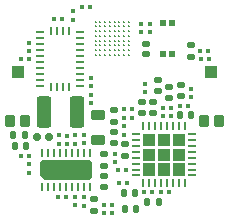
<source format=gtp>
%TF.GenerationSoftware,KiCad,Pcbnew,(6.0.0)*%
%TF.CreationDate,2022-12-05T09:44:38-05:00*%
%TF.ProjectId,headstage-16stim,68656164-7374-4616-9765-2d3136737469,A*%
%TF.SameCoordinates,Original*%
%TF.FileFunction,Paste,Top*%
%TF.FilePolarity,Positive*%
%FSLAX46Y46*%
G04 Gerber Fmt 4.6, Leading zero omitted, Abs format (unit mm)*
G04 Created by KiCad (PCBNEW (6.0.0)) date 2022-12-05 09:44:38*
%MOMM*%
%LPD*%
G01*
G04 APERTURE LIST*
G04 Aperture macros list*
%AMRoundRect*
0 Rectangle with rounded corners*
0 $1 Rounding radius*
0 $2 $3 $4 $5 $6 $7 $8 $9 X,Y pos of 4 corners*
0 Add a 4 corners polygon primitive as box body*
4,1,4,$2,$3,$4,$5,$6,$7,$8,$9,$2,$3,0*
0 Add four circle primitives for the rounded corners*
1,1,$1+$1,$2,$3*
1,1,$1+$1,$4,$5*
1,1,$1+$1,$6,$7*
1,1,$1+$1,$8,$9*
0 Add four rect primitives between the rounded corners*
20,1,$1+$1,$2,$3,$4,$5,0*
20,1,$1+$1,$4,$5,$6,$7,0*
20,1,$1+$1,$6,$7,$8,$9,0*
20,1,$1+$1,$8,$9,$2,$3,0*%
%AMFreePoly0*
4,1,18,-0.825000,1.870000,-0.495000,2.200000,0.577500,2.200000,0.672214,2.181160,0.752509,2.127509,0.806160,2.047214,0.825000,1.952500,0.825000,-1.952500,0.806160,-2.047214,0.752509,-2.127509,0.672214,-2.181160,0.577500,-2.200000,-0.577500,-2.200000,-0.672214,-2.181160,-0.752509,-2.127509,-0.806160,-2.047214,-0.825000,-1.952500,-0.825000,1.870000,-0.825000,1.870000,$1*%
G04 Aperture macros list end*
%ADD10RoundRect,0.147500X0.172500X-0.147500X0.172500X0.147500X-0.172500X0.147500X-0.172500X-0.147500X0*%
%ADD11RoundRect,0.147500X0.147500X0.172500X-0.147500X0.172500X-0.147500X-0.172500X0.147500X-0.172500X0*%
%ADD12RoundRect,0.079500X-0.079500X-0.100500X0.079500X-0.100500X0.079500X0.100500X-0.079500X0.100500X0*%
%ADD13RoundRect,0.027500X0.247500X-0.247500X0.247500X0.247500X-0.247500X0.247500X-0.247500X-0.247500X0*%
%ADD14RoundRect,0.079500X-0.100500X0.079500X-0.100500X-0.079500X0.100500X-0.079500X0.100500X0.079500X0*%
%ADD15C,0.170000*%
%ADD16RoundRect,0.079500X0.100500X-0.079500X0.100500X0.079500X-0.100500X0.079500X-0.100500X-0.079500X0*%
%ADD17RoundRect,0.050000X-0.250000X0.200000X-0.250000X-0.200000X0.250000X-0.200000X0.250000X0.200000X0*%
%ADD18RoundRect,0.050000X-0.250000X0.075000X-0.250000X-0.075000X0.250000X-0.075000X0.250000X0.075000X0*%
%ADD19RoundRect,0.050000X0.075000X0.250000X-0.075000X0.250000X-0.075000X-0.250000X0.075000X-0.250000X0*%
%ADD20RoundRect,0.140000X-0.140000X-0.170000X0.140000X-0.170000X0.140000X0.170000X-0.140000X0.170000X0*%
%ADD21RoundRect,0.140000X-0.170000X0.140000X-0.170000X-0.140000X0.170000X-0.140000X0.170000X0.140000X0*%
%ADD22RoundRect,0.035000X-0.340000X-0.465000X0.340000X-0.465000X0.340000X0.465000X-0.340000X0.465000X0*%
%ADD23RoundRect,0.060000X-0.490000X-0.440000X0.490000X-0.440000X0.490000X0.440000X-0.490000X0.440000X0*%
%ADD24RoundRect,0.079500X0.079500X0.100500X-0.079500X0.100500X-0.079500X-0.100500X0.079500X-0.100500X0*%
%ADD25RoundRect,0.140000X0.170000X-0.140000X0.170000X0.140000X-0.170000X0.140000X-0.170000X-0.140000X0*%
%ADD26RoundRect,0.140000X0.140000X0.170000X-0.140000X0.170000X-0.140000X-0.170000X0.140000X-0.170000X0*%
%ADD27FreePoly0,90.000000*%
%ADD28R,0.250000X0.650000*%
%ADD29R,0.675000X0.254000*%
%ADD30R,0.254000X0.675000*%
%ADD31RoundRect,0.218750X-0.381250X0.218750X-0.381250X-0.218750X0.381250X-0.218750X0.381250X0.218750X0*%
%ADD32RoundRect,0.250000X-0.375000X-1.075000X0.375000X-1.075000X0.375000X1.075000X-0.375000X1.075000X0*%
%ADD33RoundRect,0.150000X0.150000X0.200000X-0.150000X0.200000X-0.150000X-0.200000X0.150000X-0.200000X0*%
G04 APERTURE END LIST*
%TO.C,U7*%
G36*
X129490000Y-68890000D02*
G01*
X128430000Y-68890000D01*
X128430000Y-67830000D01*
X129490000Y-67830000D01*
X129490000Y-68890000D01*
G37*
G36*
X128230000Y-66370000D02*
G01*
X127170000Y-66370000D01*
X127170000Y-65310000D01*
X128230000Y-65310000D01*
X128230000Y-66370000D01*
G37*
G36*
X128230000Y-67630000D02*
G01*
X127170000Y-67630000D01*
X127170000Y-66570000D01*
X128230000Y-66570000D01*
X128230000Y-67630000D01*
G37*
G36*
X126970000Y-68890000D02*
G01*
X125910000Y-68890000D01*
X125910000Y-67830000D01*
X126970000Y-67830000D01*
X126970000Y-68890000D01*
G37*
G36*
X128230000Y-68890000D02*
G01*
X127170000Y-68890000D01*
X127170000Y-67830000D01*
X128230000Y-67830000D01*
X128230000Y-68890000D01*
G37*
G36*
X129490000Y-66370000D02*
G01*
X128430000Y-66370000D01*
X128430000Y-65310000D01*
X129490000Y-65310000D01*
X129490000Y-66370000D01*
G37*
G36*
X129490000Y-67630000D02*
G01*
X128430000Y-67630000D01*
X128430000Y-66570000D01*
X129490000Y-66570000D01*
X129490000Y-67630000D01*
G37*
G36*
X126970000Y-66370000D02*
G01*
X125910000Y-66370000D01*
X125910000Y-65310000D01*
X126970000Y-65310000D01*
X126970000Y-66370000D01*
G37*
G36*
X126970000Y-67630000D02*
G01*
X125910000Y-67630000D01*
X125910000Y-66570000D01*
X126970000Y-66570000D01*
X126970000Y-67630000D01*
G37*
%TD*%
D10*
%TO.C,L7*%
X127150000Y-61710000D03*
X127150000Y-60740000D03*
%TD*%
%TO.C,L2*%
X123450000Y-65165000D03*
X123450000Y-66135000D03*
%TD*%
D11*
%TO.C,L1*%
X124385000Y-71700000D03*
X125355000Y-71700000D03*
%TD*%
D12*
%TO.C,C41*%
X119395000Y-70650000D03*
X118705000Y-70650000D03*
%TD*%
D13*
%TO.C,SW1*%
X128387953Y-55907359D03*
X127637953Y-55907359D03*
X127637953Y-58557359D03*
X128387953Y-58557359D03*
%TD*%
D14*
%TO.C,C36*%
X118800000Y-65455000D03*
X118800000Y-66145000D03*
%TD*%
D15*
%TO.C,U8*%
X124712953Y-58632359D03*
X124312953Y-58632359D03*
X123912953Y-58632359D03*
X123512953Y-58632359D03*
X123112953Y-58632359D03*
X122712953Y-58632359D03*
X122312953Y-58632359D03*
X121912953Y-58632359D03*
X124712953Y-58232359D03*
X124312953Y-58232359D03*
X123912953Y-58232359D03*
X123512953Y-58232359D03*
X123112953Y-58232359D03*
X122712953Y-58232359D03*
X122312953Y-58232359D03*
X121912953Y-58232359D03*
X124712953Y-57832359D03*
X124312953Y-57832359D03*
X123912953Y-57832359D03*
X123512953Y-57832359D03*
X123112953Y-57832359D03*
X122712953Y-57832359D03*
X122312953Y-57832359D03*
X121912953Y-57832359D03*
X124712953Y-57432359D03*
X124312953Y-57432359D03*
X123912953Y-57432359D03*
X123512953Y-57432359D03*
X123112953Y-57432359D03*
X122712953Y-57432359D03*
X122312953Y-57432359D03*
X121912953Y-57432359D03*
X124712953Y-57032359D03*
X124312953Y-57032359D03*
X123912953Y-57032359D03*
X123512953Y-57032359D03*
X123112953Y-57032359D03*
X122712953Y-57032359D03*
X122312953Y-57032359D03*
X121912953Y-57032359D03*
X124712953Y-56632359D03*
X124312953Y-56632359D03*
X123912953Y-56632359D03*
X123512953Y-56632359D03*
X123112953Y-56632359D03*
X122712953Y-56632359D03*
X122312953Y-56632359D03*
X121912953Y-56632359D03*
X124712953Y-56232359D03*
X124312953Y-56232359D03*
X123912953Y-56232359D03*
X123512953Y-56232359D03*
X123112953Y-56232359D03*
X122712953Y-56232359D03*
X122312953Y-56232359D03*
X121912953Y-56232359D03*
X124712953Y-55832359D03*
X124312953Y-55832359D03*
X123912953Y-55832359D03*
X123512953Y-55832359D03*
X123112953Y-55832359D03*
X122712953Y-55832359D03*
X122312953Y-55832359D03*
X121912953Y-55832359D03*
%TD*%
D16*
%TO.C,R15*%
X126070000Y-61105000D03*
X126070000Y-61795000D03*
%TD*%
D17*
%TO.C,D2*%
X126212953Y-58582359D03*
X126212953Y-57682359D03*
%TD*%
D18*
%TO.C,U7*%
X130100000Y-68849999D03*
X130100000Y-68350000D03*
X130100000Y-67850001D03*
X130100000Y-67350000D03*
X130100000Y-66850000D03*
X130100000Y-66350002D03*
X130100000Y-65850000D03*
X130100000Y-65350001D03*
D19*
X129449999Y-64700000D03*
X128950000Y-64700000D03*
X128450001Y-64700000D03*
X127950000Y-64700000D03*
X127450000Y-64700000D03*
X126950002Y-64700000D03*
X126450000Y-64700000D03*
X125950001Y-64700000D03*
D18*
X125300000Y-65350001D03*
X125300000Y-65850000D03*
X125300000Y-66350002D03*
X125300000Y-66850000D03*
X125300000Y-67350000D03*
X125300000Y-67850001D03*
X125300000Y-68350000D03*
X125300000Y-68849999D03*
D19*
X125950001Y-69500000D03*
X126450000Y-69500000D03*
X126950002Y-69500000D03*
X127450000Y-69500000D03*
X127950000Y-69500000D03*
X128450001Y-69500000D03*
X128950000Y-69500000D03*
X129449999Y-69500000D03*
%TD*%
D20*
%TO.C,C29*%
X116050000Y-66350000D03*
X115090000Y-66350000D03*
%TD*%
D16*
%TO.C,C40*%
X119470000Y-66165000D03*
X119470000Y-65475000D03*
%TD*%
%TO.C,R14*%
X120930000Y-65435000D03*
X120930000Y-66125000D03*
%TD*%
D14*
%TO.C,C20*%
X120000000Y-55645000D03*
X120000000Y-54955000D03*
%TD*%
D16*
%TO.C,R25*%
X125712953Y-55987359D03*
X125712953Y-56677359D03*
%TD*%
D21*
%TO.C,C34*%
X124400000Y-67180000D03*
X124400000Y-66220000D03*
%TD*%
D12*
%TO.C,R7*%
X120785000Y-54570000D03*
X121475000Y-54570000D03*
%TD*%
D22*
%TO.C,D3*%
X131050000Y-64200000D03*
X132350000Y-64200000D03*
D23*
X131700000Y-60050000D03*
%TD*%
D14*
%TO.C,R8*%
X120160000Y-65455000D03*
X120160000Y-66145000D03*
%TD*%
%TO.C,R20*%
X126512953Y-55987359D03*
X126512953Y-56677359D03*
%TD*%
D16*
%TO.C,C8*%
X124300000Y-63255000D03*
X124300000Y-63945000D03*
%TD*%
D24*
%TO.C,C14*%
X124555000Y-69480000D03*
X123865000Y-69480000D03*
%TD*%
D14*
%TO.C,R11*%
X121490000Y-61255000D03*
X121490000Y-60565000D03*
%TD*%
D25*
%TO.C,C12*%
X125830000Y-63600000D03*
X125830000Y-62640000D03*
%TD*%
D16*
%TO.C,C16*%
X128275000Y-63155000D03*
X128275000Y-63845000D03*
%TD*%
D26*
%TO.C,C17*%
X124280000Y-70320000D03*
X125240000Y-70320000D03*
%TD*%
D25*
%TO.C,C63*%
X121800000Y-70870000D03*
X121800000Y-71830000D03*
%TD*%
D12*
%TO.C,C4*%
X128145000Y-70250000D03*
X127455000Y-70250000D03*
%TD*%
D24*
%TO.C,C7*%
X126695000Y-70275000D03*
X126005000Y-70275000D03*
%TD*%
D12*
%TO.C,C26*%
X131425000Y-58270000D03*
X130735000Y-58270000D03*
%TD*%
D14*
%TO.C,C19*%
X122590000Y-71325000D03*
X122590000Y-72015000D03*
%TD*%
D25*
%TO.C,C2*%
X123450000Y-63320000D03*
X123450000Y-64280000D03*
%TD*%
D26*
%TO.C,C1*%
X126300000Y-71100000D03*
X127260000Y-71100000D03*
%TD*%
D27*
%TO.C,U4*%
X119400000Y-68400000D03*
D28*
X117400000Y-66975000D03*
X117900000Y-66975000D03*
X118400000Y-66975000D03*
X118900000Y-66975000D03*
X119400000Y-66975000D03*
X119900000Y-66975000D03*
X120400000Y-66975000D03*
X120900000Y-66975000D03*
X121399857Y-66975000D03*
X121400000Y-69825000D03*
X120900000Y-69825000D03*
X120400000Y-69825000D03*
X119900000Y-69825000D03*
X119400000Y-69825000D03*
X118900000Y-69825000D03*
X118400000Y-69825000D03*
X117900000Y-69825000D03*
X117400000Y-69825000D03*
%TD*%
D14*
%TO.C,C18*%
X123300000Y-72015000D03*
X123300000Y-71325000D03*
%TD*%
D16*
%TO.C,R24*%
X120950000Y-70710000D03*
X120950000Y-71400000D03*
%TD*%
%TO.C,R19*%
X116300000Y-67910000D03*
X116300000Y-68600000D03*
%TD*%
D29*
%TO.C,U3*%
X120562500Y-57237500D03*
X120562500Y-57737500D03*
X120562500Y-58237500D03*
X120562500Y-58737500D03*
X120562500Y-59237500D03*
X120562500Y-59737500D03*
X120562500Y-60237500D03*
X120562500Y-60737500D03*
X120562500Y-61237500D03*
D30*
X119650000Y-61375000D03*
X119150000Y-61375000D03*
X118650000Y-61375000D03*
X118150000Y-61375000D03*
D29*
X117237500Y-61237500D03*
X117237500Y-60737500D03*
X117237500Y-60237500D03*
X117237500Y-59737500D03*
X117237500Y-59237500D03*
X117237500Y-58737500D03*
X117237500Y-58237500D03*
X117237500Y-57737500D03*
X117237500Y-57237500D03*
X117237500Y-56737500D03*
D30*
X118150000Y-56600000D03*
X118650000Y-56600000D03*
X119150000Y-56600000D03*
X119650000Y-56600000D03*
D29*
X120562500Y-56737500D03*
%TD*%
D31*
%TO.C,L9*%
X122100000Y-65862500D03*
X122100000Y-63737500D03*
%TD*%
D16*
%TO.C,R12*%
X121510000Y-62695000D03*
X121510000Y-62005000D03*
%TD*%
D14*
%TO.C,C21*%
X116250000Y-58295000D03*
X116250000Y-57605000D03*
%TD*%
D24*
%TO.C,C9*%
X129030000Y-62975000D03*
X129720000Y-62975000D03*
%TD*%
D16*
%TO.C,C6*%
X129975000Y-61505000D03*
X129975000Y-62195000D03*
%TD*%
%TO.C,C15*%
X124300000Y-64695000D03*
X124300000Y-65385000D03*
%TD*%
D32*
%TO.C,L8*%
X120300000Y-63460000D03*
X117500000Y-63460000D03*
%TD*%
D16*
%TO.C,R4*%
X123510000Y-66995000D03*
X123510000Y-67685000D03*
%TD*%
%TO.C,C5*%
X125000000Y-63945000D03*
X125000000Y-63255000D03*
%TD*%
D25*
%TO.C,C25*%
X129950000Y-57820000D03*
X129950000Y-58780000D03*
%TD*%
%TO.C,C35*%
X128125000Y-62280000D03*
X128125000Y-61320000D03*
%TD*%
D12*
%TO.C,R3*%
X124475000Y-68370000D03*
X123785000Y-68370000D03*
%TD*%
D24*
%TO.C,R17*%
X130795000Y-58970000D03*
X131485000Y-58970000D03*
%TD*%
D16*
%TO.C,C60*%
X120200000Y-71345000D03*
X120200000Y-70655000D03*
%TD*%
D25*
%TO.C,C13*%
X126750000Y-63600000D03*
X126750000Y-62640000D03*
%TD*%
D12*
%TO.C,R10*%
X119045000Y-55600000D03*
X118355000Y-55600000D03*
%TD*%
D24*
%TO.C,R18*%
X116300000Y-67200000D03*
X115610000Y-67200000D03*
%TD*%
D16*
%TO.C,C11*%
X127575000Y-63155000D03*
X127575000Y-63845000D03*
%TD*%
D25*
%TO.C,C3*%
X129100000Y-61170000D03*
X129100000Y-62130000D03*
%TD*%
D12*
%TO.C,R9*%
X116255000Y-59000000D03*
X115565000Y-59000000D03*
%TD*%
D20*
%TO.C,C10*%
X129980000Y-63750000D03*
X129020000Y-63750000D03*
%TD*%
D21*
%TO.C,C64*%
X122600000Y-69850000D03*
X122600000Y-68890000D03*
%TD*%
D20*
%TO.C,C33*%
X115900000Y-65400000D03*
X114940000Y-65400000D03*
%TD*%
D33*
%TO.C,F1*%
X117950000Y-65600000D03*
X116950000Y-65600000D03*
%TD*%
D22*
%TO.C,D1*%
X114650000Y-64200000D03*
X115950000Y-64200000D03*
D23*
X115300000Y-60050000D03*
%TD*%
D25*
%TO.C,C59*%
X122600000Y-67070000D03*
X122600000Y-68030000D03*
%TD*%
M02*

</source>
